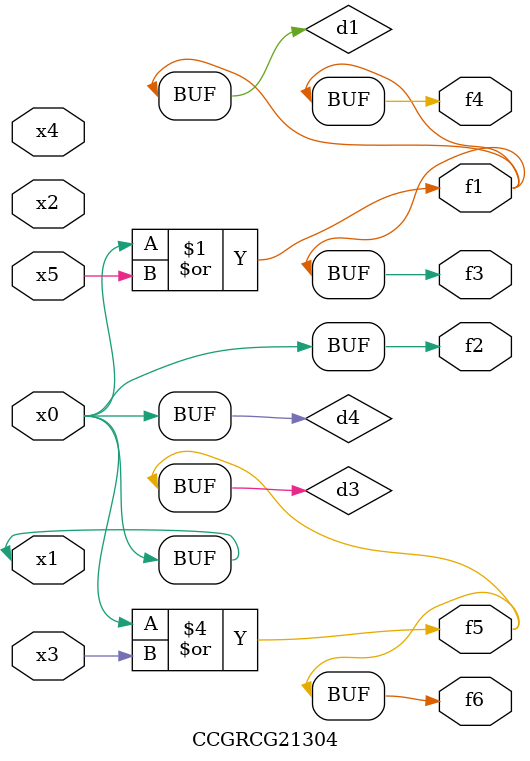
<source format=v>
module CCGRCG21304(
	input x0, x1, x2, x3, x4, x5,
	output f1, f2, f3, f4, f5, f6
);

	wire d1, d2, d3, d4;

	or (d1, x0, x5);
	xnor (d2, x1, x4);
	or (d3, x0, x3);
	buf (d4, x0, x1);
	assign f1 = d1;
	assign f2 = d4;
	assign f3 = d1;
	assign f4 = d1;
	assign f5 = d3;
	assign f6 = d3;
endmodule

</source>
